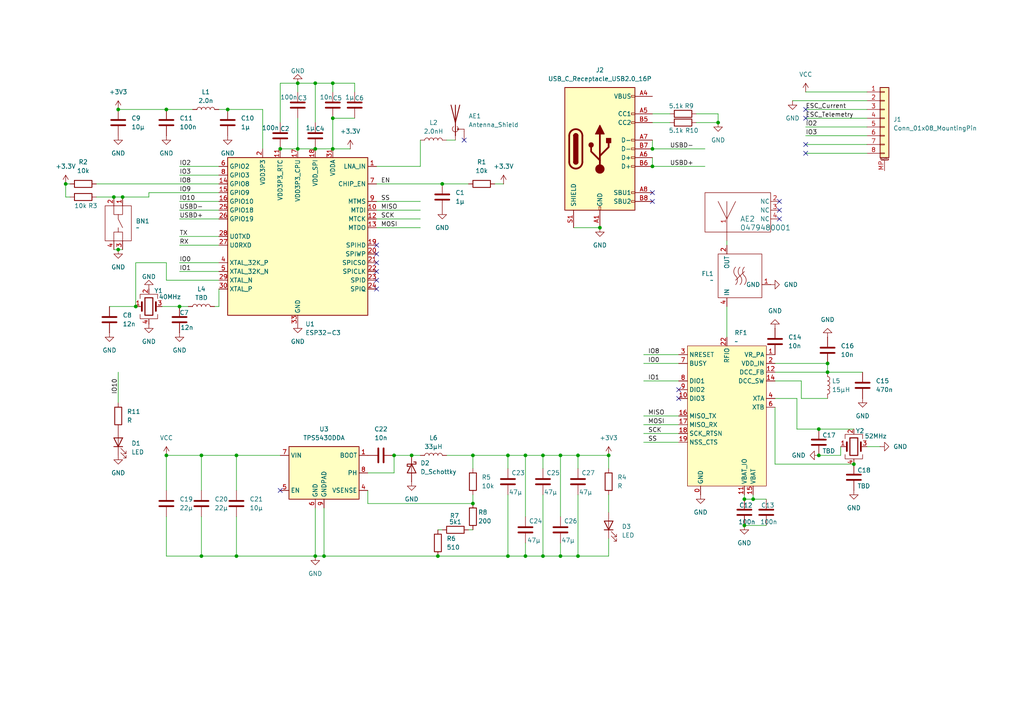
<source format=kicad_sch>
(kicad_sch (version 20231120) (generator "eeschema") (generator_version "8.0")
  (paper "A4")
  (lib_symbols
    (symbol "Connector:USB_C_Receptacle_USB2.0_16P" (pin_names (offset 1.016))
      (property "Reference" "J" (at 0 22.225 0))
      (property "Value" "USB_C_Receptacle_USB2.0_16P" (at 0 19.685 0))
      (symbol "USB_C_Receptacle_USB2.0_16P_1_1"
        (pin passive line (at 0 -22.86 90) (length 5.08) (name "GND") (number "A1"))
        (pin passive line (at 0 -22.86 90) (length 5.08) hide (name "GND") (number "A12"))
        (pin passive line (at 15.24 15.24 180) (length 5.08) (name "VBUS") (number "A4"))
        (pin bidirectional line (at 15.24 10.16 180) (length 5.08) (name "CC1") (number "A5"))
        (pin bidirectional line (at 15.24 -2.54 180) (length 5.08) (name "D+") (number "A6"))
        (pin bidirectional line (at 15.24 2.54 180) (length 5.08) (name "D-") (number "A7"))
        (pin bidirectional line (at 15.24 -12.7 180) (length 5.08) (name "SBU1") (number "A8"))
        (pin passive line (at 15.24 15.24 180) (length 5.08) hide (name "VBUS") (number "A9"))
        (pin passive line (at 0 -22.86 90) (length 5.08) hide (name "GND") (number "B1"))
        (pin passive line (at 0 -22.86 90) (length 5.08) hide (name "GND") (number "B12"))
        (pin passive line (at 15.24 15.24 180) (length 5.08) hide (name "VBUS") (number "B4"))
        (pin bidirectional line (at 15.24 7.62 180) (length 5.08) (name "CC2") (number "B5"))
        (pin bidirectional line (at 15.24 -5.08 180) (length 5.08) (name "D+") (number "B6"))
        (pin bidirectional line (at 15.24 0 180) (length 5.08) (name "D-") (number "B7"))
        (pin bidirectional line (at 15.24 -15.24 180) (length 5.08) (name "SBU2") (number "B8"))
        (pin passive line (at 15.24 15.24 180) (length 5.08) hide (name "VBUS") (number "B9"))
        (pin passive line (at -7.62 -22.86 90) (length 5.08) (name "SHIELD") (number "S1"))
      )
    )
    (symbol "Connector_Generic_MountingPin:Conn_01x08_MountingPin" (pin_names (offset 1.016) hide)
      (property "Reference" "J" (at 0 10.16 0))
      (property "Value" "Conn_01x08_MountingPin" (at 1.27 -12.7 0))
      (symbol "Conn_01x08_MountingPin_1_1"
        (text "Mounting" (at 0 -11.811 0) (effects (font (size 0.381 0.381))))
        (pin passive line (at -5.08 7.62 0) (length 3.81) (name "Pin_1") (number "1"))
        (pin passive line (at -5.08 5.08 0) (length 3.81) (name "Pin_2") (number "2"))
        (pin passive line (at -5.08 2.54 0) (length 3.81) (name "Pin_3") (number "3"))
        (pin passive line (at -5.08 0 0) (length 3.81) (name "Pin_4") (number "4"))
        (pin passive line (at -5.08 -2.54 0) (length 3.81) (name "Pin_5") (number "5"))
        (pin passive line (at -5.08 -5.08 0) (length 3.81) (name "Pin_6") (number "6"))
        (pin passive line (at -5.08 -7.62 0) (length 3.81) (name "Pin_7") (number "7"))
        (pin passive line (at -5.08 -10.16 0) (length 3.81) (name "Pin_8") (number "8"))
        (pin passive line (at 0 -15.24 90) (length 3.048) (name "MountPin") (number "MP"))
      )
    )
    (symbol "Device:Antenna_Shield" (pin_numbers hide) (pin_names (offset 1.016) hide)
      (property "Reference" "AE" (at -1.905 4.445 0))
      (property "Value" "Antenna_Shield" (at -1.905 2.54 0))
      (symbol "Antenna_Shield_1_1"
        (pin input line (at 0 -5.08 90) (length 2.54) (name "A") (number "1"))
        (pin input line (at 2.54 -5.08 90) (length 2.54) (name "Shield") (number "2"))
      )
    )
    (symbol "Device:C" (pin_numbers hide) (pin_names (offset 0.254))
      (property "Reference" "C" (at 0.635 2.54 0))
      (property "Value" "C" (at 0.635 -2.54 0))
      (symbol "C_1_1"
        (pin passive line (at 0 3.81 270) (length 2.794) (name "~") (number "1"))
        (pin passive line (at 0 -3.81 90) (length 2.794) (name "~") (number "2"))
      )
    )
    (symbol "Device:Crystal_GND24" (pin_names (offset 1.016) hide)
      (property "Reference" "Y" (at 3.175 5.08 0))
      (property "Value" "Crystal_GND24" (at 3.175 3.175 0))
      (symbol "Crystal_GND24_1_1"
        (pin passive line (at -3.81 0 0) (length 1.27) (name "1") (number "1"))
        (pin passive line (at 0 5.08 270) (length 1.27) (name "2") (number "2"))
        (pin passive line (at 3.81 0 180) (length 1.27) (name "3") (number "3"))
        (pin passive line (at 0 -5.08 90) (length 1.27) (name "4") (number "4"))
      )
    )
    (symbol "Device:D_Schottky" (pin_numbers hide) (pin_names (offset 1.016) hide)
      (property "Reference" "D" (at 0 2.54 0))
      (property "Value" "D_Schottky" (at 0 -2.54 0))
      (symbol "D_Schottky_1_1"
        (pin passive line (at -3.81 0 0) (length 2.54) (name "K") (number "1"))
        (pin passive line (at 3.81 0 180) (length 2.54) (name "A") (number "2"))
      )
    )
    (symbol "Device:L" (pin_numbers hide) (pin_names (offset 1.016) hide)
      (property "Reference" "L" (at -1.27 0 90))
      (property "Value" "L" (at 1.905 0 90))
      (symbol "L_1_1"
        (pin passive line (at 0 3.81 270) (length 1.27) (name "1") (number "1"))
        (pin passive line (at 0 -3.81 90) (length 1.27) (name "2") (number "2"))
      )
    )
    (symbol "Device:LED" (pin_numbers hide) (pin_names (offset 1.016) hide)
      (property "Reference" "D" (at 0 2.54 0))
      (property "Value" "LED" (at 0 -2.54 0))
      (symbol "LED_1_1"
        (pin passive line (at -3.81 0 0) (length 2.54) (name "K") (number "1"))
        (pin passive line (at 3.81 0 180) (length 2.54) (name "A") (number "2"))
      )
    )
    (symbol "Device:R" (pin_numbers hide) (pin_names (offset 0))
      (property "Reference" "R" (at 2.032 0 90))
      (property "Value" "R" (at 0 0 90))
      (symbol "R_1_1"
        (pin passive line (at 0 3.81 270) (length 1.27) (name "~") (number "1"))
        (pin passive line (at 0 -3.81 90) (length 1.27) (name "~") (number "2"))
      )
    )
    (symbol "MCU_Espressif:ESP32-C3"
      (property "Reference" "U1" (at 2.1941 -25.4 0))
      (property "Value" "ESP32-C3" (at 2.1941 -27.94 0))
      (symbol "ESP32-C3_1_1"
        (pin bidirectional line (at 22.86 20.32 180) (length 2.54) (name "LNA_IN") (number "1"))
        (pin bidirectional line (at 22.86 7.62 180) (length 2.54) (name "MTDI") (number "10"))
        (pin power_in line (at -5.08 25.4 270) (length 2.54) (name "VDD3P3_RTC") (number "11"))
        (pin bidirectional line (at 22.86 5.08 180) (length 2.54) (name "MTCK") (number "12"))
        (pin bidirectional line (at 22.86 2.54 180) (length 2.54) (name "MTDO") (number "13"))
        (pin bidirectional line (at -22.86 15.24 0) (length 2.54) (name "GPIO8") (number "14"))
        (pin bidirectional line (at -22.86 12.7 0) (length 2.54) (name "GPIO9") (number "15"))
        (pin bidirectional line (at -22.86 10.16 0) (length 2.54) (name "GPIO10") (number "16"))
        (pin power_in line (at 0 25.4 270) (length 2.54) (name "VDD3P3_CPU") (number "17"))
        (pin power_out line (at 5.08 25.4 270) (length 2.54) (name "VDD_SPI") (number "18"))
        (pin bidirectional line (at 22.86 -2.54 180) (length 2.54) (name "SPIHD") (number "19"))
        (pin power_in line (at -10.16 25.4 270) (length 2.54) (name "VDD3P3") (number "2"))
        (pin bidirectional line (at 22.86 -5.08 180) (length 2.54) (name "SPIWP") (number "20"))
        (pin bidirectional line (at 22.86 -7.62 180) (length 2.54) (name "SPICS0") (number "21"))
        (pin bidirectional line (at 22.86 -10.16 180) (length 2.54) (name "SPICLK") (number "22"))
        (pin bidirectional line (at 22.86 -12.7 180) (length 2.54) (name "SPID") (number "23"))
        (pin bidirectional line (at 22.86 -15.24 180) (length 2.54) (name "SPIQ") (number "24"))
        (pin bidirectional line (at -22.86 7.62 0) (length 2.54) (name "GPIO18") (number "25"))
        (pin bidirectional line (at -22.86 5.08 0) (length 2.54) (name "GPIO19") (number "26"))
        (pin bidirectional line (at -22.86 -2.54 0) (length 2.54) (name "U0RXD") (number "27"))
        (pin bidirectional line (at -22.86 0 0) (length 2.54) (name "U0TXD") (number "28"))
        (pin bidirectional line (at -22.86 -12.7 0) (length 2.54) (name "XTAL_N") (number "29"))
        (pin power_in line (at -10.16 25.4 270) (length 2.54) hide (name "VDD3P3") (number "3"))
        (pin bidirectional line (at -22.86 -15.24 0) (length 2.54) (name "XTAL_P") (number "30"))
        (pin power_in line (at 10.16 25.4 270) (length 2.54) (name "VDDA") (number "31"))
        (pin passive line (at 10.16 25.4 270) (length 2.54) hide (name "VDDA") (number "32"))
        (pin power_in line (at 0 -25.4 90) (length 2.54) (name "GND") (number "33"))
        (pin bidirectional line (at -22.86 -7.62 0) (length 2.54) (name "XTAL_32K_P") (number "4"))
        (pin bidirectional line (at -22.86 -10.16 0) (length 2.54) (name "XTAL_32K_N") (number "5"))
        (pin bidirectional line (at -22.86 20.32 0) (length 2.54) (name "GPIO2") (number "6"))
        (pin bidirectional line (at 22.86 15.24 180) (length 2.54) (name "CHIP_EN") (number "7"))
        (pin bidirectional line (at -22.86 17.78 0) (length 2.54) (name "GPIO3") (number "8"))
        (pin bidirectional line (at 22.86 10.16 180) (length 2.54) (name "MTMS") (number "9"))
      )
    )
    (symbol "Regulator_Switching:TPS5430DDA"
      (property "Reference" "U" (at -10.16 8.89 0))
      (property "Value" "TPS5430DDA" (at -1.27 8.89 0))
      (symbol "TPS5430DDA_1_1"
        (pin input line (at 12.7 5.08 180) (length 2.54) (name "BOOT") (number "1"))
        (pin no_connect line (at -10.16 2.54 0) (length 2.54) hide (name "NC") (number "2"))
        (pin no_connect line (at -10.16 -2.54 0) (length 2.54) hide (name "NC") (number "3"))
        (pin input line (at 12.7 -5.08 180) (length 2.54) (name "VSENSE") (number "4"))
        (pin input line (at -12.7 -5.08 0) (length 2.54) (name "EN") (number "5"))
        (pin power_in line (at -2.54 -10.16 90) (length 2.54) (name "GND") (number "6"))
        (pin power_in line (at -12.7 5.08 0) (length 2.54) (name "VIN") (number "7"))
        (pin output line (at 12.7 0 180) (length 2.54) (name "PH") (number "8"))
        (pin power_in line (at 0 -10.16 90) (length 2.54) (name "GNDPAD") (number "9"))
      )
    )
    (symbol "components:0479480001" (pin_names (offset 0.254))
      (property "Reference" "AE" (at -4.572 12.7 0))
      (property "Value" "0479480001" (at 8.382 12.954 0))
      (symbol "0479480001_1_1"
        (pin unspecified line (at 0 -2.54 90) (length 11.43) (name "") (number "1"))
        (pin passive line (at 15.24 8.89 180) (length 2.54) (name "NC") (number "2"))
        (pin passive line (at 15.24 6.35 180) (length 2.54) (name "NC") (number "3"))
        (pin passive line (at 15.24 3.81 180) (length 2.54) (name "NC") (number "4"))
      )
    )
    (symbol "components:Button"
      (property "Reference" "BN" (at -4.064 4.826 0))
      (symbol "Button_1_1"
        (pin passive line (at -7.62 1.27 0) (length 2.54) (name "") (number "1"))
        (pin passive line (at -7.62 -1.27 0) (length 2.54) (name "") (number "2"))
        (pin passive line (at 7.62 1.27 180) (length 2.54) (name "") (number "3"))
        (pin passive line (at 7.62 -1.27 180) (length 2.54) (name "") (number "4"))
      )
    )
    (symbol "components:RF_Filter"
      (property "Reference" "FL" (at -4.826 7.62 0))
      (symbol "RF_Filter_1_1"
        (pin power_in line (at -2.54 -8.89 90) (length 2.54) (name "GND") (number "1"))
        (pin bidirectional line (at 8.89 3.81 180) (length 2.54) (name "OUT") (number "2"))
        (pin power_in line (at -2.54 -8.89 90) (length 2.54) hide (name "GND") (number "3"))
        (pin bidirectional line (at -8.89 3.81 0) (length 2.54) (name "IN") (number "4"))
      )
    )
    (symbol "components:SX1280"
      (property "Reference" "RF" (at 0 0 0))
      (symbol "SX1280_1_1"
        (pin power_in line (at -7.62 -22.86 90) (length 2.54) (name "GND") (number "0"))
        (pin power_in line (at 13.97 17.78 180) (length 2.54) (name "VR_PA") (number "1"))
        (pin bidirectional line (at -13.97 5.08 0) (length 2.54) (name "DIO3") (number "10"))
        (pin power_in line (at 5.08 -22.86 90) (length 2.54) (name "VBAT_IO") (number "11"))
        (pin power_out line (at 13.97 12.7 180) (length 2.54) (name "DCC_FB") (number "12"))
        (pin power_in line (at -7.62 -22.86 90) (length 2.54) hide (name "GND") (number "13"))
        (pin power_out line (at 13.97 10.16 180) (length 2.54) (name "DCC_SW") (number "14"))
        (pin power_in line (at 7.62 -22.86 90) (length 2.54) (name "VBAT") (number "15"))
        (pin tri_state line (at -13.97 0 0) (length 2.54) (name "MISO_TX") (number "16"))
        (pin input line (at -13.97 -2.54 0) (length 2.54) (name "MISO_RX") (number "17"))
        (pin input line (at -13.97 -5.08 0) (length 2.54) (name "SCK_RTSN") (number "18"))
        (pin input line (at -13.97 -7.62 0) (length 2.54) (name "NSS_CTS") (number "19"))
        (pin power_in line (at 13.97 15.24 180) (length 2.54) (name "VDD_IN") (number "2"))
        (pin power_in line (at -7.62 -22.86 90) (length 2.54) hide (name "GND") (number "20"))
        (pin power_in line (at -7.62 -22.86 90) (length 2.54) hide (name "GND") (number "21"))
        (pin bidirectional line (at 0 22.86 270) (length 2.54) (name "RFIO") (number "22"))
        (pin power_in line (at -7.62 -22.86 90) (length 2.54) hide (name "GND") (number "23"))
        (pin power_in line (at -7.62 -22.86 90) (length 2.54) hide (name "GND") (number "24"))
        (pin input line (at -13.97 17.78 0) (length 2.54) (name "NRESET") (number "3"))
        (pin input line (at 13.97 5.08 180) (length 2.54) (name "XTA") (number "4"))
        (pin power_in line (at -7.62 -22.86 90) (length 2.54) hide (name "GND") (number "5"))
        (pin output line (at 13.97 2.54 180) (length 2.54) (name "XTB") (number "6"))
        (pin output line (at -13.97 15.24 0) (length 2.54) (name "BUSY") (number "7"))
        (pin bidirectional line (at -13.97 10.16 0) (length 2.54) (name "DIO1") (number "8"))
        (pin bidirectional line (at -13.97 7.62 0) (length 2.54) (name "DIO2") (number "9"))
      )
    )
    (symbol "power:+3.3V" (power) (pin_numbers hide) (pin_names (offset 0) hide)
      (property "Value" "+3.3V" (at 0 3.556 0))
      (symbol "+3.3V_1_1"
        (pin power_in line (at 0 0 90) (length 0) (name "~") (number "1"))
      )
    )
    (symbol "power:+3V3" (power) (pin_numbers hide) (pin_names (offset 0) hide)
      (property "Value" "+3V3" (at 0 3.556 0))
      (symbol "+3V3_1_1"
        (pin power_in line (at 0 0 90) (length 0) (name "~") (number "1"))
      )
    )
    (symbol "power:GND" (power) (pin_numbers hide) (pin_names (offset 0) hide)
      (property "Value" "GND" (at 0 -3.81 0))
      (symbol "GND_1_1"
        (pin power_in line (at 0 0 270) (length 0) (name "~") (number "1"))
      )
    )
    (symbol "power:VCC" (power) (pin_numbers hide) (pin_names (offset 0) hide)
      (property "Value" "VCC" (at 0 3.556 0))
      (symbol "VCC_1_1"
        (pin power_in line (at 0 0 90) (length 0) (name "~") (number "1"))
      )
    )
  )
  (junction (at 218.44 144.78))
  (junction (at 66.04 31.75))
  (junction (at 247.65 134.62))
  (junction (at 52.07 88.9))
  (junction (at 157.48 161.29))
  (junction (at 237.49 132.08))
  (junction (at 162.56 161.29))
  (junction (at 58.42 132.08))
  (junction (at 35.56 57.15))
  (junction (at 215.9 152.4))
  (junction (at 33.02 57.15))
  (junction (at 137.16 146.05))
  (junction (at 167.64 132.08))
  (junction (at 147.32 132.08))
  (junction (at 176.53 132.08))
  (junction (at 39.37 88.9))
  (junction (at 137.16 132.08))
  (junction (at 81.28 43.18))
  (junction (at 48.26 31.75))
  (junction (at 91.44 161.29))
  (junction (at 93.98 161.29))
  (junction (at 91.44 24.13))
  (junction (at 208.28 35.56))
  (junction (at 173.99 66.04))
  (junction (at 127 161.29))
  (junction (at 68.58 161.29))
  (junction (at 128.27 53.34))
  (junction (at 96.52 34.29))
  (junction (at 167.64 161.29))
  (junction (at 152.4 161.29))
  (junction (at 91.44 43.18))
  (junction (at 162.56 132.08))
  (junction (at 96.52 24.13))
  (junction (at 152.4 132.08))
  (junction (at 34.29 31.75))
  (junction (at 215.9 144.78))
  (junction (at 157.48 132.08))
  (junction (at 240.03 105.41))
  (junction (at 68.58 132.08))
  (junction (at 119.38 132.08))
  (junction (at 114.3 132.08))
  (junction (at 189.23 48.26))
  (junction (at 96.52 43.18))
  (junction (at 19.05 53.34))
  (junction (at 48.26 132.08))
  (junction (at 237.49 124.46))
  (junction (at 58.42 161.29))
  (junction (at 86.36 43.18))
  (junction (at 34.29 72.39))
  (junction (at 147.32 161.29))
  (junction (at 86.36 24.13))
  (junction (at 189.23 43.18))
  (junction (at 240.03 107.95))
  (no_connect (at 226.06 63.5))
  (no_connect (at 109.22 76.2))
  (no_connect (at 81.28 142.24))
  (no_connect (at 109.22 78.74))
  (no_connect (at 233.68 44.45))
  (no_connect (at 189.23 58.42))
  (no_connect (at 134.62 40.64))
  (no_connect (at 233.68 34.29))
  (no_connect (at 233.68 41.91))
  (no_connect (at 109.22 83.82))
  (no_connect (at 196.85 113.03))
  (no_connect (at 109.22 71.12))
  (no_connect (at 233.68 31.75))
  (no_connect (at 226.06 58.42))
  (no_connect (at 226.06 60.96))
  (no_connect (at 189.23 55.88))
  (no_connect (at 109.22 73.66))
  (no_connect (at 196.85 115.57))
  (no_connect (at 109.22 81.28))
  (wire (pts (xy 96.52 43.18) (xy 101.6 43.18)))
  (wire (pts (xy 176.53 143.51) (xy 176.53 148.59)))
  (wire (pts (xy 43.18 57.15) (xy 35.56 57.15)))
  (wire (pts (xy 137.16 132.08) (xy 147.32 132.08)))
  (wire (pts (xy 58.42 161.29) (xy 68.58 161.29)))
  (wire (pts (xy 167.64 161.29) (xy 176.53 161.29)))
  (wire (pts (xy 39.37 76.2) (xy 48.26 76.2)))
  (wire (pts (xy 152.4 161.29) (xy 157.48 161.29)))
  (wire (pts (xy 189.23 45.72) (xy 189.23 48.26)))
  (wire (pts (xy 52.07 76.2) (xy 63.5 76.2)))
  (wire (pts (xy 189.23 35.56) (xy 194.31 35.56)))
  (wire (pts (xy 147.32 132.08) (xy 152.4 132.08)))
  (wire (pts (xy 137.16 146.05) (xy 137.16 143.51)))
  (wire (pts (xy 189.23 40.64) (xy 189.23 43.18)))
  (wire (pts (xy 52.07 58.42) (xy 63.5 58.42)))
  (wire (pts (xy 215.9 152.4) (xy 222.25 152.4)))
  (wire (pts (xy 63.5 88.9) (xy 63.5 83.82)))
  (wire (pts (xy 233.68 26.67) (xy 251.46 26.67)))
  (wire (pts (xy 52.07 63.5) (xy 63.5 63.5)))
  (wire (pts (xy 162.56 132.08) (xy 162.56 149.86)))
  (wire (pts (xy 231.14 115.57) (xy 224.79 115.57)))
  (wire (pts (xy 19.05 53.34) (xy 20.32 53.34)))
  (wire (pts (xy 215.9 144.78) (xy 218.44 144.78)))
  (wire (pts (xy 147.32 132.08) (xy 147.32 135.89)))
  (wire (pts (xy 157.48 132.08) (xy 162.56 132.08)))
  (wire (pts (xy 48.26 81.28) (xy 63.5 81.28)))
  (wire (pts (xy 162.56 161.29) (xy 167.64 161.29)))
  (wire (pts (xy 86.36 24.13) (xy 86.36 26.67)))
  (wire (pts (xy 210.82 88.9) (xy 210.82 97.79)))
  (wire (pts (xy 201.93 33.02) (xy 208.28 33.02)))
  (wire (pts (xy 119.38 132.08) (xy 114.3 132.08)))
  (wire (pts (xy 240.03 105.41) (xy 240.03 107.95)))
  (wire (pts (xy 102.87 24.13) (xy 102.87 26.67)))
  (wire (pts (xy 201.93 35.56) (xy 208.28 35.56)))
  (wire (pts (xy 96.52 34.29) (xy 96.52 43.18)))
  (wire (pts (xy 167.64 132.08) (xy 176.53 132.08)))
  (wire (pts (xy 233.68 44.45) (xy 251.46 44.45)))
  (wire (pts (xy 157.48 132.08) (xy 157.48 135.89)))
  (wire (pts (xy 186.69 102.87) (xy 196.85 102.87)))
  (wire (pts (xy 86.36 24.13) (xy 91.44 24.13)))
  (wire (pts (xy 58.42 132.08) (xy 58.42 142.24)))
  (wire (pts (xy 52.07 60.96) (xy 63.5 60.96)))
  (wire (pts (xy 96.52 34.29) (xy 102.87 34.29)))
  (wire (pts (xy 128.27 53.34) (xy 135.89 53.34)))
  (wire (pts (xy 34.29 107.95) (xy 34.29 116.84)))
  (wire (pts (xy 152.4 157.48) (xy 152.4 161.29)))
  (wire (pts (xy 68.58 149.86) (xy 68.58 161.29)))
  (wire (pts (xy 93.98 147.32) (xy 93.98 161.29)))
  (wire (pts (xy 224.79 107.95) (xy 240.03 107.95)))
  (wire (pts (xy 176.53 132.08) (xy 176.53 135.89)))
  (wire (pts (xy 233.68 39.37) (xy 251.46 39.37)))
  (wire (pts (xy 81.28 43.18) (xy 86.36 43.18)))
  (wire (pts (xy 52.07 50.8) (xy 63.5 50.8)))
  (wire (pts (xy 186.69 110.49) (xy 196.85 110.49)))
  (wire (pts (xy 121.92 48.26) (xy 109.22 48.26)))
  (wire (pts (xy 52.07 88.9) (xy 54.61 88.9)))
  (wire (pts (xy 81.28 24.13) (xy 81.28 35.56)))
  (wire (pts (xy 114.3 132.08) (xy 114.3 137.16)))
  (wire (pts (xy 109.22 60.96) (xy 121.92 60.96)))
  (wire (pts (xy 152.4 132.08) (xy 157.48 132.08)))
  (wire (pts (xy 167.64 143.51) (xy 167.64 161.29)))
  (wire (pts (xy 237.49 124.46) (xy 231.14 124.46)))
  (wire (pts (xy 48.26 149.86) (xy 48.26 161.29)))
  (wire (pts (xy 91.44 43.18) (xy 96.52 43.18)))
  (wire (pts (xy 52.07 78.74) (xy 63.5 78.74)))
  (wire (pts (xy 247.65 124.46) (xy 237.49 124.46)))
  (wire (pts (xy 68.58 132.08) (xy 68.58 142.24)))
  (wire (pts (xy 129.54 40.64) (xy 132.08 40.64)))
  (wire (pts (xy 135.89 153.67) (xy 137.16 153.67)))
  (wire (pts (xy 33.02 72.39) (xy 34.29 72.39)))
  (wire (pts (xy 157.48 161.29) (xy 162.56 161.29)))
  (wire (pts (xy 231.14 124.46) (xy 231.14 115.57)))
  (wire (pts (xy 96.52 24.13) (xy 102.87 24.13)))
  (wire (pts (xy 48.26 76.2) (xy 48.26 81.28)))
  (wire (pts (xy 58.42 149.86) (xy 58.42 161.29)))
  (wire (pts (xy 224.79 118.11) (xy 224.79 134.62)))
  (wire (pts (xy 27.94 57.15) (xy 33.02 57.15)))
  (wire (pts (xy 224.79 110.49) (xy 232.41 110.49)))
  (wire (pts (xy 52.07 68.58) (xy 63.5 68.58)))
  (wire (pts (xy 186.69 123.19) (xy 196.85 123.19)))
  (wire (pts (xy 34.29 31.75) (xy 48.26 31.75)))
  (wire (pts (xy 232.41 110.49) (xy 232.41 115.57)))
  (wire (pts (xy 39.37 88.9) (xy 39.37 76.2)))
  (wire (pts (xy 48.26 132.08) (xy 48.26 142.24)))
  (wire (pts (xy 91.44 24.13) (xy 91.44 35.56)))
  (wire (pts (xy 233.68 31.75) (xy 251.46 31.75)))
  (wire (pts (xy 20.32 57.15) (xy 19.05 57.15)))
  (wire (pts (xy 27.94 53.34) (xy 63.5 53.34)))
  (wire (pts (xy 106.68 146.05) (xy 137.16 146.05)))
  (wire (pts (xy 208.28 33.02) (xy 208.28 35.56)))
  (wire (pts (xy 189.23 48.26) (xy 204.47 48.26)))
  (wire (pts (xy 43.18 55.88) (xy 43.18 57.15)))
  (wire (pts (xy 240.03 107.95) (xy 250.19 107.95)))
  (wire (pts (xy 224.79 134.62) (xy 247.65 134.62)))
  (wire (pts (xy 232.41 115.57) (xy 240.03 115.57)))
  (wire (pts (xy 137.16 135.89) (xy 137.16 132.08)))
  (wire (pts (xy 176.53 156.21) (xy 176.53 161.29)))
  (wire (pts (xy 109.22 66.04) (xy 121.92 66.04)))
  (wire (pts (xy 96.52 24.13) (xy 96.52 26.67)))
  (wire (pts (xy 48.26 132.08) (xy 58.42 132.08)))
  (wire (pts (xy 157.48 143.51) (xy 157.48 161.29)))
  (wire (pts (xy 93.98 161.29) (xy 127 161.29)))
  (wire (pts (xy 91.44 147.32) (xy 91.44 161.29)))
  (wire (pts (xy 218.44 143.51) (xy 218.44 144.78)))
  (wire (pts (xy 127 161.29) (xy 147.32 161.29)))
  (wire (pts (xy 189.23 43.18) (xy 204.47 43.18)))
  (wire (pts (xy 186.69 125.73) (xy 196.85 125.73)))
  (wire (pts (xy 62.23 88.9) (xy 63.5 88.9)))
  (wire (pts (xy 81.28 24.13) (xy 86.36 24.13)))
  (wire (pts (xy 129.54 132.08) (xy 137.16 132.08)))
  (wire (pts (xy 121.92 132.08) (xy 119.38 132.08)))
  (wire (pts (xy 19.05 57.15) (xy 19.05 53.34)))
  (wire (pts (xy 210.82 71.12) (xy 210.82 69.85)))
  (wire (pts (xy 127 153.67) (xy 128.27 153.67)))
  (wire (pts (xy 218.44 144.78) (xy 222.25 144.78)))
  (wire (pts (xy 114.3 137.16) (xy 106.68 137.16)))
  (wire (pts (xy 186.69 120.65) (xy 196.85 120.65)))
  (wire (pts (xy 147.32 143.51) (xy 147.32 161.29)))
  (wire (pts (xy 237.49 132.08) (xy 243.84 132.08)))
  (wire (pts (xy 162.56 132.08) (xy 167.64 132.08)))
  (wire (pts (xy 147.32 161.29) (xy 152.4 161.29)))
  (wire (pts (xy 46.99 88.9) (xy 52.07 88.9)))
  (wire (pts (xy 63.5 31.75) (xy 66.04 31.75)))
  (wire (pts (xy 52.07 48.26) (xy 63.5 48.26)))
  (wire (pts (xy 48.26 161.29) (xy 58.42 161.29)))
  (wire (pts (xy 109.22 58.42) (xy 121.92 58.42)))
  (wire (pts (xy 189.23 33.02) (xy 194.31 33.02)))
  (wire (pts (xy 66.04 31.75) (xy 76.2 31.75)))
  (wire (pts (xy 146.05 53.34) (xy 143.51 53.34)))
  (wire (pts (xy 243.84 132.08) (xy 243.84 129.54)))
  (wire (pts (xy 215.9 144.78) (xy 215.9 143.51)))
  (wire (pts (xy 33.02 57.15) (xy 35.56 57.15)))
  (wire (pts (xy 229.87 29.21) (xy 251.46 29.21)))
  (wire (pts (xy 162.56 157.48) (xy 162.56 161.29)))
  (wire (pts (xy 255.27 129.54) (xy 251.46 129.54)))
  (wire (pts (xy 34.29 72.39) (xy 35.56 72.39)))
  (wire (pts (xy 173.99 66.04) (xy 166.37 66.04)))
  (wire (pts (xy 52.07 71.12) (xy 63.5 71.12)))
  (wire (pts (xy 68.58 132.08) (xy 81.28 132.08)))
  (wire (pts (xy 233.68 36.83) (xy 251.46 36.83)))
  (wire (pts (xy 86.36 34.29) (xy 86.36 43.18)))
  (wire (pts (xy 186.69 105.41) (xy 196.85 105.41)))
  (wire (pts (xy 167.64 132.08) (xy 167.64 135.89)))
  (wire (pts (xy 233.68 34.29) (xy 251.46 34.29)))
  (wire (pts (xy 91.44 161.29) (xy 93.98 161.29)))
  (wire (pts (xy 109.22 53.34) (xy 128.27 53.34)))
  (wire (pts (xy 68.58 161.29) (xy 91.44 161.29)))
  (wire (pts (xy 186.69 128.27) (xy 196.85 128.27)))
  (wire (pts (xy 233.68 41.91) (xy 251.46 41.91)))
  (wire (pts (xy 58.42 132.08) (xy 68.58 132.08)))
  (wire (pts (xy 48.26 31.75) (xy 55.88 31.75)))
  (wire (pts (xy 91.44 24.13) (xy 96.52 24.13)))
  (wire (pts (xy 43.18 55.88) (xy 63.5 55.88)))
  (wire (pts (xy 106.68 142.24) (xy 106.68 146.05)))
  (wire (pts (xy 31.75 88.9) (xy 39.37 88.9)))
  (wire (pts (xy 121.92 40.64) (xy 121.92 48.26)))
  (wire (pts (xy 240.03 105.41) (xy 224.79 105.41)))
  (wire (pts (xy 109.22 63.5) (xy 121.92 63.5)))
  (wire (pts (xy 86.36 43.18) (xy 91.44 43.18)))
  (wire (pts (xy 76.2 31.75) (xy 76.2 43.18)))
  (wire (pts (xy 152.4 132.08) (xy 152.4 149.86)))
  (label "IO1" (at 52.07 78.74 0))
  (label "IO3" (at 233.68 39.37 0))
  (label "IO0" (at 187.96 105.41 0))
  (label "RX" (at 52.07 71.12 0))
  (label "USBD+" (at 52.07 63.5 0))
  (label "IO8" (at 187.96 102.87 0))
  (label "IO1" (at 187.96 110.49 0))
  (label "IO10" (at 34.29 114.3 90))
  (label "USBD-" (at 194.31 43.18 0))
  (label "ESC_Telemetry" (at 233.68 34.29 0))
  (label "MOSI" (at 110.49 66.04 0))
  (label "IO10" (at 52.07 58.42 0))
  (label "SCK" (at 110.49 63.5 0))
  (label "MISO" (at 110.49 60.96 0))
  (label "IO2" (at 233.68 36.83 0))
  (label "ESC_Current" (at 233.68 31.75 0))
  (label "SS" (at 187.96 128.27 0))
  (label "SS" (at 110.49 58.42 0))
  (label "EN" (at 110.49 53.34 0))
  (label "SCK" (at 187.96 125.73 0))
  (label "TX" (at 52.07 68.58 0))
  (label "USBD-" (at 52.07 60.96 0))
  (label "IO0" (at 52.07 76.2 0))
  (label "MISO" (at 187.96 120.65 0))
  (label "IO9" (at 52.07 55.88 0))
  (label "USBD+" (at 194.31 48.26 0))
  (label "IO3" (at 52.07 50.8 0))
  (label "MOSI" (at 187.96 123.19 0))
  (label "IO8" (at 52.07 53.34 0))
  (label "IO2" (at 52.07 48.26 0))
  (symbol (lib_id "Device:R") (at 198.12 33.02 270) (unit 1)
    (property "Reference" "R9" (at 199.898 30.734 90))
    (property "Value" "5.1k" (at 196.088 30.734 90))
    (property "Description" "Resistor" (effects (hide yes)))
  )
  (symbol (lib_id "power:GND") (at 203.2 143.51 0) (unit 1)
    (property "Reference" "#PWR022" (effects (hide yes)))
    (property "Value" "GND" (at 203.2 148.59 0))
    (property "Description" "Power symbol creates a global label with name \"GND\" , ground" (effects (hide yes)))
  )
  (symbol (lib_id "Device:L") (at 240.03 111.76 0) (unit 1)
    (property "Reference" "L5" (at 241.3 110.4899 0) (effects (justify left)))
    (property "Value" "15µH" (at 241.3 113.0299 0) (effects (justify left)))
    (property "Footprint" "Inductor_SMD:L_0603_1608Metric" (effects (hide yes)))
    (property "Description" "Inductor" (effects (hide yes)))
  )
  (symbol (lib_id "Device:R") (at 137.16 149.86 0) (unit 1)
    (property "Reference" "R8" (at 138.684 148.59 0) (effects (justify left)))
    (property "Value" "200" (at 138.684 151.13 0) (effects (justify left)))
    (property "Footprint" "Resistor_SMD:R_0402_1005Metric" (effects (hide yes)))
    (property "Description" "Resistor" (effects (hide yes)))
  )
  (symbol (lib_id "Device:LED") (at 176.53 152.4 90) (unit 1)
    (property "Reference" "D3" (at 180.34 152.7174 90) (effects (justify right)))
    (property "Value" "LED" (at 180.34 155.2574 90) (effects (justify right)))
    (property "Footprint" "LED_SMD:LED_0402_1005Metric" (effects (hide yes)))
    (property "Description" "Light emitting diode" (effects (hide yes)))
  )
  (symbol (lib_id "power:GND") (at 255.27 129.54 90) (unit 1)
    (property "Reference" "#PWR027" (effects (hide yes)))
    (property "Value" "GND" (at 259.08 129.5399 90) (effects (justify right)))
    (property "Description" "Power symbol creates a global label with name \"GND\" , ground" (effects (hide yes)))
  )
  (symbol (lib_id "Device:R") (at 132.08 153.67 270) (unit 1)
    (property "Reference" "R7" (at 131.826 149.606 90))
    (property "Value" "5k1" (at 132.08 151.384 90))
    (property "Footprint" "Resistor_SMD:R_0402_1005Metric" (effects (hide yes)))
    (property "Description" "Resistor" (effects (hide yes)))
  )
  (symbol (lib_id "power:GND") (at 237.49 132.08 270) (unit 1)
    (property "Reference" "#PWR028" (effects (hide yes)))
    (property "Value" "GND" (at 233.68 132.0799 90) (effects (justify right)))
    (property "Description" "Power symbol creates a global label with name \"GND\" , ground" (effects (hide yes)))
  )
  (symbol (lib_id "Device:R") (at 139.7 53.34 90) (unit 1)
    (property "Reference" "R1" (at 139.7 46.99 90))
    (property "Value" "10k" (at 139.7 49.53 90))
    (property "Footprint" "Resistor_SMD:R_0402_1005Metric" (effects (hide yes)))
    (property "Description" "Resistor" (effects (hide yes)))
  )
  (symbol (lib_id "power:GND") (at 43.18 83.82 180) (unit 1)
    (property "Reference" "#PWR02" (effects (hide yes)))
    (property "Value" "GND" (at 43.18 80.264 0))
    (property "Description" "Power symbol creates a global label with name \"GND\" , ground" (effects (hide yes)))
  )
  (symbol (lib_id "Device:C") (at 31.75 92.71 0) (unit 1)
    (property "Reference" "C8" (at 35.56 91.4399 0) (effects (justify left)))
    (property "Value" "12n" (at 35.56 93.9799 0) (effects (justify left)))
    (property "Footprint" "Capacitor_SMD:C_0402_1005Metric" (effects (hide yes)))
    (property "Description" "Unpolarized capacitor" (effects (hide yes)))
  )
  (symbol (lib_id "Device:C") (at 157.48 139.7 0) (unit 1)
    (property "Reference" "C25" (at 158.496 137.16 0) (effects (justify left)))
    (property "Value" "47µ" (at 157.734 142.748 0) (effects (justify left)))
    (property "Footprint" "Capacitor_SMD:C_0805_2012Metric" (effects (hide yes)))
    (property "Description" "Unpolarized capacitor" (effects (hide yes)))
  )
  (symbol (lib_id "Device:C") (at 48.26 35.56 0) (unit 1)
    (property "Reference" "C11" (at 52.07 34.2899 0) (effects (justify left)))
    (property "Value" "100n" (at 52.07 36.8299 0) (effects (justify left)))
    (property "Footprint" "Capacitor_SMD:C_0402_1005Metric" (effects (hide yes)))
    (property "Description" "Unpolarized capacitor" (effects (hide yes)))
  )
  (symbol (lib_id "power:GND") (at 31.75 96.52 0) (unit 1)
    (property "Reference" "#PWR08" (effects (hide yes)))
    (property "Value" "GND" (at 31.75 101.6 0))
    (property "Description" "Power symbol creates a global label with name \"GND\" , ground" (effects (hide yes)))
  )
  (symbol (lib_id "power:GND") (at 247.65 142.24 0) (unit 1)
    (property "Reference" "#PWR029" (effects (hide yes)))
    (property "Value" "GND" (at 247.65 147.32 0))
    (property "Description" "Power symbol creates a global label with name \"GND\" , ground" (effects (hide yes)))
  )
  (symbol (lib_id "Device:R") (at 127 157.48 0) (unit 1)
    (property "Reference" "R6" (at 129.54 156.2099 0) (effects (justify left)))
    (property "Value" "510" (at 129.54 158.7499 0) (effects (justify left)))
    (property "Footprint" "Resistor_SMD:R_0402_1005Metric" (effects (hide yes)))
    (property "Description" "Resistor" (effects (hide yes)))
  )
  (symbol (lib_id "power:+3.3V") (at 146.05 53.34 0) (unit 1)
    (property "Reference" "#PWR05" (effects (hide yes)))
    (property "Value" "+3.3V" (at 146.05 48.26 0))
    (property "Description" "Power symbol creates a global label with name \"+3.3V\"" (effects (hide yes)))
  )
  (symbol (lib_id "Device:R") (at 34.29 120.65 0) (unit 1)
    (property "Reference" "R11" (at 36.83 119.3799 0) (effects (justify left)))
    (property "Value" "R" (at 36.83 121.9199 0) (effects (justify left)))
    (property "Footprint" "Resistor_SMD:R_0402_1005Metric" (effects (hide yes)))
    (property "Description" "Resistor" (effects (hide yes)))
  )
  (symbol (lib_id "Device:Crystal_GND24") (at 43.18 88.9 0) (unit 1)
    (property "Reference" "Y1" (at 45.974 84.328 0))
    (property "Value" "40MHz" (at 49.276 86.106 0))
    (property "Footprint" "Crystal:Crystal_SMD_3225-4Pin_3.2x2.5mm" (effects (hide yes)))
    (property "Description" "Four pin crystal, GND on pins 2 and 4" (effects (hide yes)))
  )
  (symbol (lib_id "power:GND") (at 52.07 96.52 0) (unit 1)
    (property "Reference" "#PWR09" (effects (hide yes)))
    (property "Value" "GND" (at 52.07 101.6 0))
    (property "Description" "Power symbol creates a global label with name \"GND\" , ground" (effects (hide yes)))
  )
  (symbol (lib_id "Device:C") (at 48.26 146.05 0) (unit 1)
    (property "Reference" "C19" (at 52.07 144.7799 0) (effects (justify left)))
    (property "Value" "22µ" (at 52.07 147.3199 0) (effects (justify left)))
    (property "Footprint" "Capacitor_SMD:C_1206_3216Metric" (effects (hide yes)))
    (property "Description" "Unpolarized capacitor" (effects (hide yes)))
  )
  (symbol (lib_id "Device:Crystal_GND24") (at 247.65 129.54 0) (unit 1)
    (property "Reference" "Y2" (at 249.428 124.968 0))
    (property "Value" "52MHz" (at 254 126.492 0))
    (property "Footprint" "Crystal:Crystal_SMD_3225-4Pin_3.2x2.5mm" (effects (hide yes)))
    (property "Description" "Four pin crystal, GND on pins 2 and 4" (effects (hide yes)))
  )
  (symbol (lib_id "Device:C") (at 102.87 30.48 0) (unit 1)
    (property "Reference" "C6" (at 102.87 28.448 0) (effects (justify left)))
    (property "Value" "1µ" (at 100.076 28.194 0) (effects (justify left)))
    (property "Footprint" "Capacitor_SMD:C_0402_1005Metric" (effects (hide yes)))
    (property "Description" "Unpolarized capacitor" (effects (hide yes)))
  )
  (symbol (lib_id "Device:C") (at 222.25 148.59 0) (unit 1)
    (property "Reference" "C13" (at 220.726 146.558 0) (effects (justify left)))
    (property "Value" "100n" (at 220.472 151.384 0) (effects (justify left)))
    (property "Footprint" "Capacitor_SMD:C_0402_1005Metric" (effects (hide yes)))
    (property "Description" "Unpolarized capacitor" (effects (hide yes)))
  )
  (symbol (lib_id "power:GND") (at 224.79 95.25 180) (unit 1)
    (property "Reference" "#PWR024" (effects (hide yes)))
    (property "Value" "GND" (at 224.79 90.17 0))
    (property "Description" "Power symbol creates a global label with name \"GND\" , ground" (effects (hide yes)))
  )
  (symbol (lib_id "components:SX1280") (at 210.82 120.65 0) (unit 1)
    (property "Reference" "RF1" (at 213.0141 96.52 0) (effects (justify left)))
    (property "Value" "~" (at 213.0141 99.06 0) (effects (justify left)))
    (property "Footprint" "components:SX128x" (effects (hide yes)))
  )
  (symbol (lib_id "power:GND") (at 43.18 93.98 0) (unit 1)
    (property "Reference" "#PWR01" (effects (hide yes)))
    (property "Value" "GND" (at 43.18 99.06 0))
    (property "Description" "Power symbol creates a global label with name \"GND\" , ground" (effects (hide yes)))
  )
  (symbol (lib_id "power:GND") (at 91.44 161.29 0) (unit 1)
    (property "Reference" "#PWR032" (effects (hide yes)))
    (property "Value" "GND" (at 91.44 166.37 0))
    (property "Description" "Power symbol creates a global label with name \"GND\" , ground" (effects (hide yes)))
  )
  (symbol (lib_id "Device:C") (at 34.29 35.56 0) (unit 1)
    (property "Reference" "C9" (at 38.1 34.2899 0) (effects (justify left)))
    (property "Value" "10µ" (at 38.1 36.8299 0) (effects (justify left)))
    (property "Footprint" "Capacitor_SMD:C_0603_1608Metric" (effects (hide yes)))
    (property "Description" "Unpolarized capacitor" (effects (hide yes)))
  )
  (symbol (lib_id "power:GND") (at 48.26 39.37 0) (unit 1)
    (property "Reference" "#PWR014" (effects (hide yes)))
    (property "Value" "GND" (at 48.26 44.45 0))
    (property "Description" "Power symbol creates a global label with name \"GND\" , ground" (effects (hide yes)))
  )
  (symbol (lib_id "Device:C") (at 167.64 139.7 0) (unit 1)
    (property "Reference" "C27" (at 168.656 137.16 0) (effects (justify left)))
    (property "Value" "47µ" (at 167.894 142.748 0) (effects (justify left)))
    (property "Footprint" "Capacitor_SMD:C_0805_2012Metric" (effects (hide yes)))
    (property "Description" "Unpolarized capacitor" (effects (hide yes)))
  )
  (symbol (lib_id "power:GND") (at 215.9 152.4 0) (unit 1)
    (property "Reference" "#PWR023" (effects (hide yes)))
    (property "Value" "GND" (at 215.9 157.48 0))
    (property "Description" "Power symbol creates a global label with name \"GND\" , ground" (effects (hide yes)))
  )
  (symbol (lib_id "Connector_Generic_MountingPin:Conn_01x08_MountingPin") (at 256.54 34.29 0) (unit 1)
    (property "Reference" "J1" (at 259.08 34.6455 0) (effects (justify left)))
    (property "Value" "Conn_01x08_MountingPin" (at 259.08 37.1855 0) (effects (justify left)))
    (property "Footprint" "Connector_JST:JST_SH_SM08B-SRSS-TB_1x08-1MP_P1.00mm_Horizontal" (effects (hide yes)))
    (property "Description" "Generic connectable mounting pin connector, single row, 01x08, script generated (kicad-library-utils/schlib/autogen/connector/)" (effects (hide yes)))
  )
  (symbol (lib_id "power:GND") (at 119.38 139.7 0) (unit 1)
    (property "Reference" "#PWR033" (effects (hide yes)))
    (property "Value" "GND" (at 119.38 144.78 0))
    (property "Description" "Power symbol creates a global label with name \"GND\" , ground" (effects (hide yes)))
  )
  (symbol (lib_id "Device:C") (at 68.58 146.05 0) (unit 1)
    (property "Reference" "C21" (at 72.39 144.7799 0) (effects (justify left)))
    (property "Value" "10µ" (at 72.39 147.3199 0) (effects (justify left)))
    (property "Footprint" "Capacitor_SMD:C_0603_1608Metric" (effects (hide yes)))
    (property "Description" "Unpolarized capacitor" (effects (hide yes)))
  )
  (symbol (lib_id "Device:L") (at 125.73 40.64 90) (unit 1)
    (property "Reference" "L2" (at 125.73 35.56 90))
    (property "Value" "2.0nH" (at 125.73 38.1 90))
    (property "Footprint" "Inductor_SMD:L_0402_1005Metric" (effects (hide yes)))
    (property "Description" "Inductor" (effects (hide yes)))
  )
  (symbol (lib_id "MCU_Espressif:ESP32-C3") (at 86.36 68.58 0) (unit 1)
    (property "Reference" "U1" (at 88.5541 93.98 0) (effects (justify left)))
    (property "Value" "ESP32-C3" (at 88.5541 96.52 0) (effects (justify left)))
    (property "Footprint" "Package_DFN_QFN:QFN-32-1EP_5x5mm_P0.5mm_EP3.7x3.7mm" (effects (hide yes)))
    (property "Datasheet" "https://www.espressif.com/sites/default/files/documentation/esp32-c3_datasheet_en.pdf" (effects (hide yes)))
    (property "Description" "RF Module, ESP32 SoC, RISC-V, WiFi 802.11b/n/g, Bluetooth LE 5, QFN32" (effects (hide yes)))
  )
  (symbol (lib_id "Device:C") (at 58.42 146.05 0) (unit 1)
    (property "Reference" "C20" (at 62.23 144.7799 0) (effects (justify left)))
    (property "Value" "22µ" (at 62.23 147.3199 0) (effects (justify left)))
    (property "Footprint" "Capacitor_SMD:C_1206_3216Metric" (effects (hide yes)))
    (property "Description" "Unpolarized capacitor" (effects (hide yes)))
  )
  (symbol (lib_id "Device:R") (at 176.53 139.7 0) (unit 1)
    (property "Reference" "R4" (at 179.07 138.4299 0) (effects (justify left)))
    (property "Value" "R" (at 179.07 140.9699 0) (effects (justify left)))
    (property "Footprint" "Resistor_SMD:R_0402_1005Metric" (effects (hide yes)))
    (property "Description" "Resistor" (effects (hide yes)))
  )
  (symbol (lib_id "Device:C") (at 81.28 39.37 0) (unit 1)
    (property "Reference" "C2" (at 81.28 37.338 0) (effects (justify left)))
    (property "Value" "100n" (at 75.946 37.084 0) (effects (justify left)))
    (property "Footprint" "Capacitor_SMD:C_0402_1005Metric" (effects (hide yes)))
    (property "Description" "Unpolarized capacitor" (effects (hide yes)))
  )
  (symbol (lib_id "power:GND") (at 86.36 24.13 180) (unit 1)
    (property "Reference" "#PWR07" (effects (hide yes)))
    (property "Value" "GND" (at 86.36 20.574 0))
    (property "Description" "Power symbol creates a global label with name \"GND\" , ground" (effects (hide yes)))
  )
  (symbol (lib_id "Device:L") (at 58.42 88.9 90) (unit 1)
    (property "Reference" "L4" (at 58.42 83.82 90))
    (property "Value" "TBD" (at 58.42 86.36 90))
    (property "Footprint" "Inductor_SMD:L_0402_1005Metric" (effects (hide yes)))
    (property "Description" "Inductor" (effects (hide yes)))
  )
  (symbol (lib_id "Device:R") (at 198.12 35.56 270) (unit 1)
    (property "Reference" "R10" (at 200.66 37.846 90))
    (property "Value" "5.1k" (at 196.088 37.846 90))
    (property "Description" "Resistor" (effects (hide yes)))
  )
  (symbol (lib_id "Device:L") (at 125.73 132.08 90) (unit 1)
    (property "Reference" "L6" (at 125.73 127 90))
    (property "Value" "33µH" (at 125.73 129.54 90))
    (property "Footprint" "Inductor_SMD:L_Changjiang_FNR4012S" (effects (hide yes)))
    (property "Description" "Inductor" (effects (hide yes)))
  )
  (symbol (lib_id "Device:C") (at 91.44 39.37 0) (unit 1)
    (property "Reference" "C4" (at 91.44 37.338 0) (effects (justify left)))
    (property "Value" "1µ" (at 88.646 37.084 0) (effects (justify left)))
    (property "Footprint" "Capacitor_SMD:C_0402_1005Metric" (effects (hide yes)))
    (property "Description" "Unpolarized capacitor" (effects (hide yes)))
  )
  (symbol (lib_id "components:RF_Filter") (at 214.63 80.01 90) (unit 1)
    (property "Reference" "FL1" (at 207.01 79.3749 90) (effects (justify left)))
    (property "Value" "~" (at 207.01 81.28 90) (effects (justify left)))
    (property "Footprint" "components:0402 RF Filter" (effects (hide yes)))
  )
  (symbol (lib_id "power:VCC") (at 48.26 132.08 0) (unit 1)
    (property "Reference" "#PWR031" (effects (hide yes)))
    (property "Value" "VCC" (at 48.26 127 0))
    (property "Description" "Power symbol creates a global label with name \"VCC\"" (effects (hide yes)))
  )
  (symbol (lib_id "Device:C") (at 152.4 153.67 0) (unit 1)
    (property "Reference" "C24" (at 153.416 151.13 0) (effects (justify left)))
    (property "Value" "47µ" (at 152.908 156.718 0) (effects (justify left)))
    (property "Footprint" "Capacitor_SMD:C_0805_2012Metric" (effects (hide yes)))
    (property "Description" "Unpolarized capacitor" (effects (hide yes)))
  )
  (symbol (lib_id "Device:C") (at 52.07 92.71 0) (unit 1)
    (property "Reference" "C7" (at 52.07 90.678 0) (effects (justify left)))
    (property "Value" "12n" (at 52.324 94.996 0) (effects (justify left)))
    (property "Footprint" "Capacitor_SMD:C_0402_1005Metric" (effects (hide yes)))
    (property "Description" "Unpolarized capacitor" (effects (hide yes)))
  )
  (symbol (lib_id "power:+3V3") (at 34.29 31.75 0) (unit 1)
    (property "Reference" "#PWR011" (effects (hide yes)))
    (property "Value" "+3V3" (at 34.29 26.67 0))
    (property "Description" "Power symbol creates a global label with name \"+3V3\"" (effects (hide yes)))
  )
  (symbol (lib_id "Device:D_Schottky") (at 119.38 135.89 270) (unit 1)
    (property "Reference" "D2" (at 121.92 134.3024 90) (effects (justify left)))
    (property "Value" "D_Schottky" (at 121.92 136.8424 90) (effects (justify left)))
    (property "Footprint" "Diode_SMD:D_SOD-323" (effects (hide yes)))
    (property "Description" "Schottky diode" (effects (hide yes)))
  )
  (symbol (lib_id "Device:R") (at 24.13 57.15 90) (unit 1)
    (property "Reference" "R3" (at 26.924 59.69 90))
    (property "Value" "10k" (at 23.368 59.69 90))
    (property "Footprint" "Resistor_SMD:R_0402_1005Metric" (effects (hide yes)))
    (property "Description" "Resistor" (effects (hide yes)))
  )
  (symbol (lib_id "power:GND") (at 66.04 39.37 0) (unit 1)
    (property "Reference" "#PWR013" (effects (hide yes)))
    (property "Value" "GND" (at 66.04 44.45 0))
    (property "Description" "Power symbol creates a global label with name \"GND\" , ground" (effects (hide yes)))
  )
  (symbol (lib_id "components:0479480001") (at 210.82 67.31 0) (unit 1)
    (property "Reference" "AE2" (at 214.63 63.4999 0) (effects (font (size 1.524 1.524)) (justify left)))
    (property "Value" "0479480001" (at 214.63 66.0399 0) (effects (font (size 1.524 1.524)) (justify left)))
    (property "Footprint" "components:ANT_47948-0001_MOL" (effects (hide yes)))
    (property "Datasheet" "479480001" (effects (hide yes)))
  )
  (symbol (lib_id "power:GND") (at 223.52 82.55 90) (unit 1)
    (property "Reference" "#PWR030" (effects (hide yes)))
    (property "Value" "GND" (at 227.33 82.5499 90) (effects (justify right)))
    (property "Description" "Power symbol creates a global label with name \"GND\" , ground" (effects (hide yes)))
  )
  (symbol (lib_id "power:GND") (at 208.28 35.56 0) (unit 1)
    (property "Reference" "#PWR015" (effects (hide yes)))
    (property "Value" "GND" (at 208.28 40.64 0))
    (property "Description" "Power symbol creates a global label with name \"GND\" , ground" (effects (hide yes)))
  )
  (symbol (lib_id "Device:C") (at 110.49 132.08 90) (unit 1)
    (property "Reference" "C22" (at 110.49 124.46 90))
    (property "Value" "10n" (at 110.49 127 90))
    (property "Footprint" "Capacitor_SMD:C_0402_1005Metric" (effects (hide yes)))
    (property "Description" "Unpolarized capacitor" (effects (hide yes)))
  )
  (symbol (lib_id "power:+3.3V") (at 101.6 43.18 0) (unit 1)
    (property "Reference" "#PWR06" (effects (hide yes)))
    (property "Value" "+3.3V" (at 101.6 38.1 0))
    (property "Description" "Power symbol creates a global label with name \"+3.3V\"" (effects (hide yes)))
  )
  (symbol (lib_id "power:GND") (at 34.29 39.37 0) (unit 1)
    (property "Reference" "#PWR012" (effects (hide yes)))
    (property "Value" "GND" (at 34.29 44.45 0))
    (property "Description" "Power symbol creates a global label with name \"GND\" , ground" (effects (hide yes)))
  )
  (symbol (lib_id "power:VCC") (at 233.68 26.67 0) (unit 1)
    (property "Reference" "#PWR019" (effects (hide yes)))
    (property "Value" "VCC" (at 233.68 21.59 0))
    (property "Description" "Power symbol creates a global label with name \"VCC\"" (effects (hide yes)))
  )
  (symbol (lib_id "components:Button") (at 34.29 64.77 270) (unit 1)
    (property "Reference" "BN1" (at 39.37 64.1349 90) (effects (justify left)))
    (property "Value" "~" (at 39.37 66.04 90) (effects (justify left)))
    (property "Footprint" "components:button" (effects (hide yes)))
  )
  (symbol (lib_id "Device:L") (at 59.69 31.75 90) (unit 1)
    (property "Reference" "L1" (at 59.69 26.67 90))
    (property "Value" "2.0n" (at 59.69 29.21 90))
    (property "Footprint" "Inductor_SMD:L_0402_1005Metric" (effects (hide yes)))
    (property "Description" "Inductor" (effects (hide yes)))
  )
  (symbol (lib_id "Device:C") (at 147.32 139.7 0) (unit 1)
    (property "Reference" "C23" (at 148.336 137.16 0) (effects (justify left)))
    (property "Value" "47µ" (at 147.574 142.748 0) (effects (justify left)))
    (property "Footprint" "Capacitor_SMD:C_0805_2012Metric" (effects (hide yes)))
    (property "Description" "Unpolarized capacitor" (effects (hide yes)))
  )
  (symbol (lib_id "Device:C") (at 96.52 30.48 0) (unit 1)
    (property "Reference" "C5" (at 96.52 28.448 0) (effects (justify left)))
    (property "Value" "10n" (at 92.71 28.194 0) (effects (justify left)))
    (property "Footprint" "Capacitor_SMD:C_0402_1005Metric" (effects (hide yes)))
    (property "Description" "Unpolarized capacitor" (effects (hide yes)))
  )
  (symbol (lib_id "power:GND") (at 34.29 132.08 0) (unit 1)
    (property "Reference" "#PWR021" (effects (hide yes)))
    (property "Value" "GND" (at 34.29 137.16 0))
    (property "Description" "Power symbol creates a global label with name \"GND\" , ground" (effects (hide yes)))
  )
  (symbol (lib_id "Device:C") (at 237.49 128.27 0) (unit 1)
    (property "Reference" "C17" (at 238.506 126.238 0) (effects (justify left)))
    (property "Value" "TBD" (at 238.506 130.81 0) (effects (justify left)))
    (property "Footprint" "Capacitor_SMD:C_0402_1005Metric" (effects (hide yes)))
    (property "Description" "Unpolarized capacitor" (effects (hide yes)))
  )
  (symbol (lib_id "Device:C") (at 215.9 148.59 0) (unit 1)
    (property "Reference" "C12" (at 214.376 146.558 0) (effects (justify left)))
    (property "Value" "100n" (at 214.122 151.384 0) (effects (justify left)))
    (property "Footprint" "Capacitor_SMD:C_0402_1005Metric" (effects (hide yes)))
    (property "Description" "Unpolarized capacitor" (effects (hide yes)))
  )
  (symbol (lib_id "power:GND") (at 128.27 60.96 0) (unit 1)
    (property "Reference" "#PWR04" (effects (hide yes)))
    (property "Value" "GND" (at 128.27 66.04 0))
    (property "Description" "Power symbol creates a global label with name \"GND\" , ground" (effects (hide yes)))
  )
  (symbol (lib_id "Device:C") (at 240.03 101.6 0) (unit 1)
    (property "Reference" "C16" (at 243.84 100.3299 0) (effects (justify left)))
    (property "Value" "10n" (at 243.84 102.8699 0) (effects (justify left)))
    (property "Footprint" "Capacitor_SMD:C_0402_1005Metric" (effects (hide yes)))
    (property "Description" "Unpolarized capacitor" (effects (hide yes)))
  )
  (symbol (lib_id "Device:R") (at 137.16 139.7 0) (unit 1)
    (property "Reference" "R5" (at 139.7 138.4299 0) (effects (justify left)))
    (property "Value" "10k" (at 139.7 140.9699 0) (effects (justify left)))
    (property "Footprint" "Resistor_SMD:R_0402_1005Metric" (effects (hide yes)))
    (property "Description" "Resistor" (effects (hide yes)))
  )
  (symbol (lib_id "Device:C") (at 162.56 153.67 0) (unit 1)
    (property "Reference" "C26" (at 163.576 151.13 0) (effects (justify left)))
    (property "Value" "47µ" (at 162.814 156.718 0) (effects (justify left)))
    (property "Footprint" "Capacitor_SMD:C_0805_2012Metric" (effects (hide yes)))
    (property "Description" "Unpolarized capacitor" (effects (hide yes)))
  )
  (symbol (lib_id "Regulator_Switching:TPS5430DDA") (at 93.98 137.16 0) (unit 1)
    (property "Reference" "U3" (at 93.98 124.46 0))
    (property "Value" "TPS5430DDA" (at 93.98 127 0))
    (property "Footprint" "Package_SO:TI_SO-PowerPAD-8_ThermalVias" (effects (hide yes)))
    (property "Datasheet" "http://www.ti.com/lit/ds/symlink/tps5430.pdf" (effects (hide yes)))
    (property "Description" "3A, Step Down Swift Converter, Adjustable Output Voltage, 5.5-36V Input Voltage, PowerSO-8" (effects (hide yes)))
  )
  (symbol (lib_id "Device:C") (at 66.04 35.56 0) (unit 1)
    (property "Reference" "C10" (at 69.85 34.2899 0) (effects (justify left)))
    (property "Value" "1µ" (at 69.85 36.8299 0) (effects (justify left)))
    (property "Footprint" "Capacitor_SMD:C_0402_1005Metric" (effects (hide yes)))
    (property "Description" "Unpolarized capacitor" (effects (hide yes)))
  )
  (symbol (lib_id "Device:Antenna_Shield") (at 132.08 35.56 0) (unit 1)
    (property "Reference" "AE1" (at 135.89 33.6549 0) (effects (justify left)))
    (property "Value" "Antenna_Shield" (at 135.89 36.1949 0) (effects (justify left)))
    (property "Footprint" "components:1206 antenna" (effects (hide yes)))
    (property "Description" "Antenna with extra pin for shielding" (effects (hide yes)))
  )
  (symbol (lib_id "power:GND") (at 250.19 115.57 0) (unit 1)
    (property "Reference" "#PWR025" (effects (hide yes)))
    (property "Value" "GND" (at 250.19 120.65 0))
    (property "Description" "Power symbol creates a global label with name \"GND\" , ground" (effects (hide yes)))
  )
  (symbol (lib_id "Device:C") (at 86.36 30.48 0) (unit 1)
    (property "Reference" "C3" (at 86.36 28.448 0) (effects (justify left)))
    (property "Value" "100n" (at 81.28 28.194 0) (effects (justify left)))
    (property "Footprint" "Capacitor_SMD:C_0402_1005Metric" (effects (hide yes)))
    (property "Description" "Unpolarized capacitor" (effects (hide yes)))
  )
  (symbol (lib_id "power:GND") (at 86.36 93.98 0) (unit 1)
    (property "Reference" "#PWR03" (effects (hide yes)))
    (property "Value" "GND" (at 86.36 99.06 0))
    (property "Description" "Power symbol creates a global label with name \"GND\" , ground" (effects (hide yes)))
  )
  (symbol (lib_id "power:GND") (at 240.03 97.79 180) (unit 1)
    (property "Reference" "#PWR026" (effects (hide yes)))
    (property "Value" "GND" (at 240.03 92.71 0))
    (property "Description" "Power symbol creates a global label with name \"GND\" , ground" (effects (hide yes)))
  )
  (symbol (lib_id "power:+3V3") (at 176.53 132.08 0) (unit 1)
    (property "Reference" "#PWR034" (effects (hide yes)))
    (property "Value" "+3V3" (at 176.53 127 0))
    (property "Description" "Power symbol creates a global label with name \"+3V3\"" (effects (hide yes)))
  )
  (symbol (lib_id "power:GND") (at 229.87 29.21 0) (unit 1)
    (property "Reference" "#PWR018" (effects (hide yes)))
    (property "Value" "GND" (at 229.87 34.29 0))
    (property "Description" "Power symbol creates a global label with name \"GND\" , ground" (effects (hide yes)))
  )
  (symbol (lib_id "power:GND") (at 173.99 66.04 0) (unit 1)
    (property "Reference" "#PWR010" (effects (hide yes)))
    (property "Value" "GND" (at 173.99 71.12 0))
    (property "Description" "Power symbol creates a global label with name \"GND\" , ground" (effects (hide yes)))
  )
  (symbol (lib_id "power:+3.3V") (at 19.05 53.34 0) (unit 1)
    (property "Reference" "#PWR016" (effects (hide yes)))
    (property "Value" "+3.3V" (at 19.05 48.26 0))
    (property "Description" "Power symbol creates a global label with name \"+3.3V\"" (effects (hide yes)))
  )
  (symbol (lib_id "Device:C") (at 128.27 57.15 0) (unit 1)
    (property "Reference" "C1" (at 132.08 55.8799 0) (effects (justify left)))
    (property "Value" "1µ" (at 132.08 58.4199 0) (effects (justify left)))
    (property "Footprint" "Capacitor_SMD:C_0402_1005Metric" (effects (hide yes)))
    (property "Description" "Unpolarized capacitor" (effects (hide yes)))
  )
  (symbol (lib_id "power:GND") (at 34.29 72.39 0) (unit 1)
    (property "Reference" "#PWR017" (effects (hide yes)))
    (property "Value" "GND" (at 34.29 77.47 0))
    (property "Description" "Power symbol creates a global label with name \"GND\" , ground" (effects (hide yes)))
  )
  (symbol (lib_id "Device:C") (at 224.79 99.06 0) (unit 1)
    (property "Reference" "C14" (at 228.6 97.7899 0) (effects (justify left)))
    (property "Value" "10n" (at 228.6 100.3299 0) (effects (justify left)))
    (property "Footprint" "Capacitor_SMD:C_0402_1005Metric" (effects (hide yes)))
    (property "Description" "Unpolarized capacitor" (effects (hide yes)))
  )
  (symbol (lib_id "Device:C") (at 250.19 111.76 0) (unit 1)
    (property "Reference" "C15" (at 254 110.4899 0) (effects (justify left)))
    (property "Value" "470n" (at 254 113.0299 0) (effects (justify left)))
    (property "Footprint" "Capacitor_SMD:C_0402_1005Metric" (effects (hide yes)))
    (property "Description" "Unpolarized capacitor" (effects (hide yes)))
  )
  (symbol (lib_id "Device:C") (at 247.65 138.43 0) (unit 1)
    (property "Reference" "C18" (at 248.666 136.398 0) (effects (justify left)))
    (property "Value" "TBD" (at 248.666 140.97 0) (effects (justify left)))
    (property "Footprint" "Capacitor_SMD:C_0402_1005Metric" (effects (hide yes)))
    (property "Description" "Unpolarized capacitor" (effects (hide yes)))
  )
  (symbol (lib_id "Connector:USB_C_Receptacle_USB2.0_16P") (at 173.99 43.18 0) (unit 1)
    (property "Reference" "J2" (at 173.99 20.32 0))
    (property "Value" "USB_C_Receptacle_USB2.0_16P" (at 173.99 22.86 0))
    (property "Datasheet" "https://www.usb.org/sites/default/files/documents/usb_type-c.zip" (effects (hide yes)))
    (property "Description" "USB 2.0-only 16P Type-C Receptacle connector" (effects (hide yes)))
  )
  (symbol (lib_id "Device:R") (at 24.13 53.34 90) (unit 1)
    (property "Reference" "R2" (at 24.13 46.99 90))
    (property "Value" "10k" (at 24.13 49.53 90))
    (property "Footprint" "Resistor_SMD:R_0402_1005Metric" (effects (hide yes)))
    (property "Description" "Resistor" (effects (hide yes)))
  )
  (symbol (lib_id "Device:LED") (at 34.29 128.27 90) (unit 1)
    (property "Reference" "D1" (at 38.1 128.5874 90) (effects (justify right)))
    (property "Value" "LED" (at 38.1 131.1274 90) (effects (justify right)))
    (property "Footprint" "LED_SMD:LED_0402_1005Metric" (effects (hide yes)))
    (property "Description" "Light emitting diode" (effects (hide yes)))
  )
)
</source>
